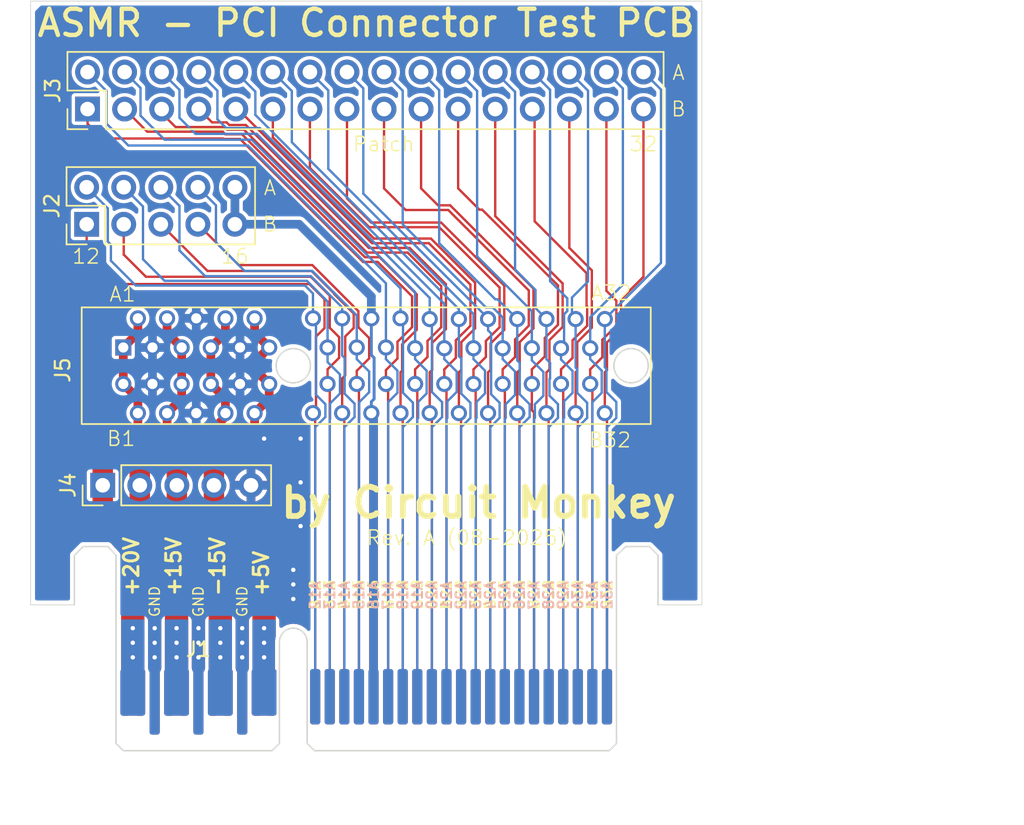
<source format=kicad_pcb>
(kicad_pcb (version 20241229) (generator "pcbnew") (generator_version "9.0")
  (layers (0 "F.Cu" signal) (2 "B.Cu" signal) (13 "F.Paste" user) (15 "B.Paste" user) (5 "F.SilkS" user "F.Silkscreen") (7 "B.SilkS" user "B.Silkscreen") (1 "F.Mask" user) (3 "B.Mask" user) (25 "Edge.Cuts" user))
  (net 0 "")
  (net 1 "/Patch_26")
  (net 2 "+5V")
  (net 3 "/Patch_1")
  (net 4 "/Patch_10")
  (net 5 "/Patch_19")
  (net 6 "/Patch_16")
  (net 7 "+15V")
  (net 8 "GNDS")
  (net 9 "/Patch_9")
  (net 10 "+20V")
  (net 11 "/Patch_22")
  (net 12 "/Patch_29")
  (net 13 "/MIDI-IN")
  (net 14 "GND_CH")
  (net 15 "/Patch_17")
  (net 16 "/Slot")
  (net 17 "/ComA-SDA")
  (net 18 "-15V")
  (net 19 "/Patch_4")
  (net 20 "/Patch_31")
  (net 21 "/ComB-SDA")
  (net 22 "/ComA-SCK")
  (net 23 "/Patch_25")
  (net 24 "/Patch_14")
  (net 25 "/Gate")
  (net 26 "/ComB-SCK")
  (net 27 "/Patch_8")
  (net 28 "/Patch_21")
  (net 29 "/CV")
  (net 30 "/Patch_27")
  (net 31 "/Patch_7")
  (net 32 "/Patch_20")
  (net 33 "/Patch_3")
  (net 34 "/Patch_18")
  (net 35 "/Patch_13")
  (net 36 "/Patch_11")
  (net 37 "/Patch_24")
  (net 38 "/Patch_6")
  (net 39 "/Patch_12")
  (net 40 "/Patch_15")
  (net 41 "/Patch_32")
  (net 42 "/Patch_5")
  (net 43 "/Patch_23")
  (net 44 "/Patch_2")
  (net 45 "/Patch_30")
  (net 46 "/Patch_28")
  (footprint "CM_Connector_Edge:ASMR-Edge-64" (layer "F.Cu") (at 125 120)
    (property "Reference" "J1")
    (property "Value" "~")
    (fp_line (start -15 -5) (end -15 -1.6) (stroke (width 0.1)) (layer "Edge.Cuts"))
    (fp_line (start -14.4 -5.6) (end -15 -5) (stroke (width 0.1)) (layer "Edge.Cuts"))
    (fp_line (start -14.4 -5.6) (end -12.7 -5.6) (stroke (width 0.1)) (layer "Edge.Cuts"))
    (fp_line (start -12.7 -5.6) (end -12.15 -5) (stroke (width 0.1)) (layer "Edge.Cuts"))
    (fp_line (start -12.15 -5) (end -12.15 7.9) (stroke (width 0.1)) (layer "Edge.Cuts"))
    (fp_line (start -12.15 7.9) (end -11.65 8.4) (stroke (width 0.1)) (layer "Edge.Cuts"))
    (fp_line (start -11.65 8.4) (end -1.45 8.4) (stroke (width 0.1)) (layer "Edge.Cuts"))
    (fp_line (start -0.95 0.95) (end -0.95 7.9) (stroke (width 0.1)) (layer "Edge.Cuts"))
    (fp_line (start -0.95 7.9) (end -1.45 8.4) (stroke (width 0.1)) (layer "Edge.Cuts"))
    (fp_line (start 0.95 0.95) (end 0.95 7.9) (stroke (width 0.1)) (layer "Edge.Cuts"))
    (fp_line (start 0.95 7.9) (end 1.45 8.4) (stroke (width 0.1)) (layer "Edge.Cuts"))
    (fp_line (start 1.45 8.4) (end 21.65 8.4) (stroke (width 0.1)) (layer "Edge.Cuts"))
    (fp_line (start 22.15 -5) (end 22.15 7.9) (stroke (width 0.1)) (layer "Edge.Cuts"))
    (fp_line (start 22.15 -5) (end 22.8 -5.6) (stroke (width 0.1)) (layer "Edge.Cuts"))
    (fp_line (start 22.15 7.9) (end 21.65 8.4) (stroke (width 0.1)) (layer "Edge.Cuts"))
    (fp_line (start 22.8 -5.6) (end 24.4 -5.6) (stroke (width 0.1)) (layer "Edge.Cuts"))
    (fp_line (start 24.4 -5.6) (end 25 -5) (stroke (width 0.1)) (layer "Edge.Cuts"))
    (fp_line (start 25 -5) (end 25 -1.6) (stroke (width 0.1)) (layer "Edge.Cuts"))
    (fp_arc (start -0.95 0.95) (mid 0 0) (end 0.95 0.95) (stroke (width 0.1)) (layer "Edge.Cuts"))
  )
  (footprint "Connector_PinHeader_2.54mm:PinHeader_2x05_P2.54mm_Vertical" (layer "F.Cu") (at 110.84 92.3 90)
    (property "Reference" "J2")
    (property "Value" "Conn_02x05_Odd_Even" (hide yes))
  )
  (footprint "Connector_PinHeader_2.54mm:PinHeader_2x16_P2.54mm_Vertical" (layer "F.Cu") (at 110.9 84.4 90)
    (property "Reference" "J3")
    (property "Value" "Conn_02x16_Odd_Even" (hide yes))
  )
  (footprint "CM_Connector_Edge:PCI-Slot-64-THD-FCI-10018784" (layer "F.Cu") (at 125 102)
    (property "Reference" "J5")
    (property "Value" "~")
    (fp_circle (center 0 0) (end 1.175 0) (stroke (width 0.1)) (fill no) (layer "Edge.Cuts"))
    (fp_circle (center 23.15 0) (end 24.325 0) (stroke (width 0.1)) (fill no) (layer "Edge.Cuts"))
  )
  (footprint "Connector_PinHeader_2.54mm:PinHeader_1x05_P2.54mm_Vertical" (layer "F.Cu") (at 111.94 110.2 90)
    (property "Reference" "J4")
    (property "Value" "Conn_01x05" (hide yes))
  )
  (gr_line (start 150 118.4) (end 153 118.4) (stroke (width 0.05)) (layer "Edge.Cuts"))
  (gr_line (start 107 77) (end 153 77) (stroke (width 0.05)) (layer "Edge.Cuts"))
  (gr_line (start 153 77) (end 153 118.4) (stroke (width 0.05)) (layer "Edge.Cuts"))
  (gr_line (start 110 118.4) (end 107 118.4) (stroke (width 0.05)) (layer "Edge.Cuts"))
  (gr_line (start 107 118.4) (end 107 77) (stroke (width 0.05)) (layer "Edge.Cuts"))
  (gr_text "B20" (at 134.5 118.8 90) (layer "F.SilkS") (effects (font (size 0.7 0.7) (thickness 0.127)) (justify left)))
  (gr_text "ASMR - PCI Connector Test PCB" (at 130 78.5 0) (layer "F.SilkS") (effects (font (size 1.8 1.8) (thickness 0.3) (bold yes))))
  (gr_text "B13" (at 127.5 118.8 90) (layer "F.SilkS") (effects (font (size 0.7 0.7) (thickness 0.127)) (justify left)))
  (gr_text "B17" (at 131.5 118.8 90) (layer "F.SilkS") (effects (font (size 0.7 0.7) (thickness 0.127)) (justify left)))
  (gr_text "GND" (at 115.5 119.3 90) (layer "F.SilkS") (effects (font (size 0.7 0.7) (thickness 0.1)) (justify left)))
  (gr_text "Patch" (at 131.2 86.8 0) (layer "F.SilkS") (effects (font (size 1 1) (thickness 0.1) (bold yes))))
  (gr_text "B21" (at 135.5 118.8 90) (layer "F.SilkS") (effects (font (size 0.7 0.7) (thickness 0.127)) (justify left)))
  (gr_text "-15V" (at 119.8 117.9 90) (layer "F.SilkS") (effects (font (size 1 1) (thickness 0.2) (bold yes)) (justify left)))
  (gr_text "B23" (at 137.5 118.8 90) (layer "F.SilkS") (effects (font (size 0.7 0.7) (thickness 0.127)) (justify left)))
  (gr_text "B26" (at 140.5 118.8 90) (layer "F.SilkS") (effects (font (size 0.7 0.7) (thickness 0.127)) (justify left)))
  (gr_text "B" (at 151.4 84.4 0) (layer "F.SilkS") (effects (font (size 1 1) (thickness 0.1) (bold yes))))
  (gr_text "B18" (at 132.5 118.8 90) (layer "F.SilkS") (effects (font (size 0.7 0.7) (thickness 0.127)) (justify left)))
  (gr_text "A32" (at 146.8 97 0) (layer "F.SilkS") (effects (font (size 1 1) (thickness 0.1) (bold yes))))
  (gr_text "B22" (at 136.5 118.8 90) (layer "F.SilkS") (effects (font (size 0.7 0.7) (thickness 0.127)) (justify left)))
  (gr_text "B1" (at 113.2 107 0) (layer "F.SilkS") (effects (font (size 1 1) (thickness 0.1) (bold yes))))
  (gr_text "B32" (at 146.5 118.8 90) (layer "F.SilkS") (effects (font (size 0.7 0.7) (thickness 0.127)) (justify left)))
  (gr_text "B30" (at 144.5 118.8 90) (layer "F.SilkS") (effects (font (size 0.7 0.7) (thickness 0.127)) (justify left)))
  (gr_text "12" (at 110.8 94.5 0) (layer "F.SilkS") (effects (font (size 1 1) (thickness 0.1) (bold yes))))
  (gr_text "Rev. A (08-2025)" (at 136.9 113.8 0) (layer "F.SilkS") (effects (font (size 1 1) (thickness 0.1))))
  (gr_text "+5V" (at 122.8 117.9 90) (layer "F.SilkS") (effects (font (size 1 1) (thickness 0.2) (bold yes)) (justify left)))
  (gr_text "B28" (at 142.5 118.8 90) (layer "F.SilkS") (effects (font (size 0.7 0.7) (thickness 0.127)) (justify left)))
  (gr_text "B24" (at 138.5 118.8 90) (layer "F.SilkS") (effects (font (size 0.7 0.7) (thickness 0.127)) (justify left)))
  (gr_text "B" (at 123.4 92.3 0) (layer "F.SilkS") (effects (font (size 1 1) (thickness 0.1) (bold yes))))
  (gr_text "A1" (at 113.3 97.1 0) (layer "F.SilkS") (effects (font (size 1 1) (thickness 0.1) (bold yes))))
  (gr_text "GND" (at 121.5 119.3 90) (layer "F.SilkS") (effects (font (size 0.7 0.7) (thickness 0.1)) (justify left)))
  (gr_text "B31" (at 145.5 118.8 90) (layer "F.SilkS") (effects (font (size 0.7 0.7) (thickness 0.127)) (justify left)))
  (gr_text "A" (at 123.4 89.8 0) (layer "F.SilkS") (effects (font (size 1 1) (thickness 0.1) (bold yes))))
  (gr_text "+20V" (at 113.9 117.9 90) (layer "F.SilkS") (effects (font (size 1 1) (thickness 0.2) (bold yes)) (justify left)))
  (gr_text "B29" (at 143.5 118.8 90) (layer "F.SilkS") (effects (font (size 0.7 0.7) (thickness 0.127)) (justify left)))
  (gr_text "B27" (at 141.5 118.8 90) (layer "F.SilkS") (effects (font (size 0.7 0.7) (thickness 0.127)) (justify left)))
  (gr_text "B25" (at 139.5 118.8 90) (layer "F.SilkS") (effects (font (size 0.7 0.7) (thickness 0.127)) (justify left)))
  (gr_text "A" (at 151.4 81.9 0) (layer "F.SilkS") (effects (font (size 1 1) (thickness 0.1) (bold yes))))
  (gr_text "GND" (at 118.5 119.3 90) (layer "F.SilkS") (effects (font (size 0.7 0.7) (thickness 0.1)) (justify left)))
  (gr_text "16" (at 121 94.5 0) (layer "F.SilkS") (effects (font (size 1 1) (thickness 0.1) (bold yes))))
  (gr_text "B14" (at 128.5 118.8 90) (layer "F.SilkS") (effects (font (size 0.7 0.7) (thickness 0.127)) (justify left)))
  (gr_text "B32" (at 146.7 107.1 0) (layer "F.SilkS") (effects (font (size 1 1) (thickness 0.1) (bold yes))))
  (gr_text "by Circuit Monkey" (at 137.7 111.4 0) (layer "F.SilkS") (effects (font (size 2 2) (thickness 0.4) (bold yes))))
  (gr_text "B19" (at 133.5 118.8 90) (layer "F.SilkS") (effects (font (size 0.7 0.7) (thickness 0.127)) (justify left)))
  (gr_text "32" (at 149 86.8 0) (layer "F.SilkS") (effects (font (size 1 1) (thickness 0.1) (bold yes))))
  (gr_text "+15V" (at 116.8 117.9 90) (layer "F.SilkS") (effects (font (size 1 1) (thickness 0.2) (bold yes)) (justify left)))
  (gr_text "B12" (at 126.5 118.8 90) (layer "F.SilkS") (effects (font (size 0.7 0.7) (thickness 0.127)) (justify left)))
  (gr_text "B15" (at 129.5 118.8 90) (layer "F.SilkS") (effects (font (size 0.7 0.7) (thickness 0.127)) (justify left)))
  (gr_text "B16" (at 130.5 118.8 90) (layer "F.SilkS") (effects (font (size 0.7 0.7) (thickness 0.127)) (justify left)))
  (gr_text "A31" (at 145.5 116.7 90) (layer "B.SilkS") (effects (font (size 0.7 0.7) (thickness 0.127)) (justify left mirror)))
  (gr_text "A32" (at 146.5 116.7 90) (layer "B.SilkS") (effects (font (size 0.7 0.7) (thickness 0.127)) (justify left mirror)))
  (gr_text "A30" (at 144.5 116.7 90) (layer "B.SilkS") (effects (font (size 0.7 0.7) (thickness 0.127)) (justify left mirror)))
  (gr_text "A25" (at 139.5 116.7 90) (layer "B.SilkS") (effects (font (size 0.7 0.7) (thickness 0.127)) (justify left mirror)))
  (gr_text "A23" (at 137.5 116.7 90) (layer "B.SilkS") (effects (font (size 0.7 0.7) (thickness 0.127)) (justify left mirror)))
  (gr_text "A15" (at 129.5 116.7 90) (layer "B.SilkS") (effects (font (size 0.7 0.7) (thickness 0.127)) (justify left mirror)))
  (gr_text "A24" (at 138.5 116.7 90) (layer "B.SilkS") (effects (font (size 0.7 0.7) (thickness 0.127)) (justify left mirror)))
  (gr_text "A26" (at 140.5 116.7 90) (layer "B.SilkS") (effects (font (size 0.7 0.7) (thickness 0.127)) (justify left mirror)))
  (gr_text "A19" (at 133.5 116.7 90) (layer "B.SilkS") (effects (font (size 0.7 0.7) (thickness 0.127)) (justify left mirror)))
  (gr_text "A18" (at 132.5 116.7 90) (layer "B.SilkS") (effects (font (size 0.7 0.7) (thickness 0.127)) (justify left mirror)))
  (gr_text "A13" (at 127.5 116.7 90) (layer "B.SilkS") (effects (font (size 0.7 0.7) (thickness 0.127)) (justify left mirror)))
  (gr_text "A27" (at 141.5 116.7 90) (layer "B.SilkS") (effects (font (size 0.7 0.7) (thickness 0.127)) (justify left mirror)))
  (gr_text "A14" (at 128.5 116.7 90) (layer "B.SilkS") (effects (font (size 0.7 0.7) (thickness 0.127)) (justify left mirror)))
  (gr_text "A12" (at 126.5 116.7 90) (layer "B.SilkS") (effects (font (size 0.7 0.7) (thickness 0.127)) (justify left mirror)))
  (gr_text "A20" (at 134.5 116.7 90) (layer "B.SilkS") (effects (font (size 0.7 0.7) (thickness 0.127)) (justify left mirror)))
  (gr_text "A21" (at 135.5 116.7 90) (layer "B.SilkS") (effects (font (size 0.7 0.7) (thickness 0.127)) (justify left mirror)))
  (gr_text "A17" (at 131.5 116.7 90) (layer "B.SilkS") (effects (font (size 0.7 0.7) (thickness 0.127)) (justify left mirror)))
  (gr_text "A16" (at 130.5 116.7 90) (layer "B.SilkS") (effects (font (size 0.7 0.7) (thickness 0.127)) (justify left mirror)))
  (gr_text "A22" (at 136.5 116.7 90) (layer "B.SilkS") (effects (font (size 0.7 0.7) (thickness 0.127)) (justify left mirror)))
  (gr_text "A29" (at 143.5 116.7 90) (layer "B.SilkS") (effects (font (size 0.7 0.7) (thickness 0.127)) (justify left mirror)))
  (gr_text "A28" (at 142.5 116.7 90) (layer "B.SilkS") (effects (font (size 0.7 0.7) (thickness 0.127)) (justify left mirror)))
  (segment (start 142.6 96.2) (end 143.779 97.379) (width 0.16) (layer "B.Cu") (net 1))
  (segment (start 141.38 81.86) (end 142.6 83.08) (width 0.16) (layer "B.Cu") (net 1))
  (segment (start 144.141 103.859) (end 143.559 104.441) (width 0.16) (layer "B.Cu") (net 1))
  (segment (start 143.559 105.577643) (end 143.5 105.636643) (width 0.16) (layer "B.Cu") (net 1))
  (segment (start 143.5 105.636643) (end 143.5 124.7) (width 0.16) (layer "B.Cu") (net 1))
  (segment (start 142.6 83.08) (end 142.6 96.2) (width 0.16) (layer "B.Cu") (net 1))
  (segment (start 143.559 100.591) (end 143.35 100.8) (width 0.16) (layer "B.Cu") (net 1))
  (segment (start 143.35 101.573451) (end 144.141 102.364451) (width 0.16) (layer "B.Cu") (net 1))
  (segment (start 143.35 100.8) (end 143.35 101.573451) (width 0.16) (layer "B.Cu") (net 1))
  (segment (start 143.559 98.472357) (end 143.559 100.591) (width 0.16) (layer "B.Cu") (net 1))
  (segment (start 143.779 97.379) (end 143.779 98.252357) (width 0.16) (layer "B.Cu") (net 1))
  (segment (start 143.559 104.441) (end 143.559 105.577643) (width 0.16) (layer "B.Cu") (net 1))
  (segment (start 143.779 98.252357) (end 143.559 98.472357) (width 0.16) (layer "B.Cu") (net 1))
  (segment (start 144.141 102.364451) (end 144.141 103.859) (width 0.16) (layer "B.Cu") (net 1))
  (segment (start 122.35 105.25) (end 122.35 106.15) (width 0.6) (layer "F.Cu") (net 2))
  (segment (start 123.35 104.25) (end 122.35 105.25) (width 0.6) (layer "F.Cu") (net 2))
  (segment (start 122.8 102.7) (end 123.35 103.25) (width 0.6) (layer "F.Cu") (net 2))
  (segment (start 122.35 99.75) (end 123.35 100.75) (width 0.6) (layer "F.Cu") (net 2))
  (segment (start 122.35 98.75) (end 122.35 99.75) (width 0.6) (layer "F.Cu") (net 2))
  (segment (start 119.56 108.94) (end 119.56 110.2) (width 0.6) (layer "F.Cu") (net 2))
  (segment (start 122.8 101.3) (end 122.8 102.7) (width 0.6) (layer "F.Cu") (net 2))
  (segment (start 123.35 100.75) (end 122.8 101.3) (width 0.6) (layer "F.Cu") (net 2))
  (segment (start 122.35 106.15) (end 119.56 108.94) (width 0.6) (layer "F.Cu") (net 2))
  (segment (start 123.35 103.25) (end 123.35 104.25) (width 0.6) (layer "F.Cu") (net 2))
  (via (at 123 122) (size 0.6) (drill 0.3) (layers "F.Cu" "B.Cu") (net 2))
  (via (at 123 120) (size 0.6) (drill 0.3) (layers "F.Cu" "B.Cu") (net 2))
  (via (at 123 121) (size 0.6) (drill 0.3) (layers "F.Cu" "B.Cu") (net 2))
  (segment (start 110.9 84.4) (end 110.9 85.41) (width 0.16) (layer "F.Cu") (net 3))
  (segment (start 130.781 94.881) (end 133.141 97.241) (width 0.16) (layer "F.Cu") (net 3))
  (segment (start 129.781 94.881) (end 130.781 94.881) (width 0.16) (layer "F.Cu") (net 3))
  (segment (start 121.351 86.451) (end 129.781 94.881) (width 0.16) (layer "F.Cu") (net 3))
  (segment (start 131.5 124.7) (end 131.5 103.4) (width 0.16) (layer "F.Cu") (net 3))
  (segment (start 132.141 100.359) (end 132.141 101.509) (width 0.16) (layer "F.Cu") (net 3))
  (segment (start 110.9 85.41) (end 111.91 86.42) (width 0.16) (layer "F.Cu") (net 3))
  (segment (start 111.91 86.42) (end 120.17945 86.42) (width 0.16) (layer "F.Cu") (net 3))
  (segment (start 131.5 103.4) (end 131.35 103.25) (width 0.16) (layer "F.Cu") (net 3))
  (segment (start 133.141 97.241) (end 133.141 99.359) (width 0.16) (layer "F.Cu") (net 3))
  (segment (start 132.141 101.509) (end 131.35 102.3) (width 0.16) (layer "F.Cu") (net 3))
  (segment (start 120.17945 86.42) (end 120.210449 86.450999) (width 0.16) (layer "F.Cu") (net 3))
  (segment (start 131.35 102.3) (end 131.35 103.25) (width 0.16) (layer "F.Cu") (net 3))
  (segment (start 120.210449 86.450999) (end 121.351 86.451) (width 0.16) (layer "F.Cu") (net 3))
  (segment (start 133.141 99.359) (end 132.141 100.359) (width 0.16) (layer "F.Cu") (net 3))
  (segment (start 136.2 103.8) (end 135.559 104.441) (width 0.16) (layer "B.Cu") (net 4))
  (segment (start 122.4 83.2) (end 122.4 84.8) (width 0.16) (layer "B.Cu") (net 4))
  (segment (start 121.06 81.86) (end 122.4 83.2) (width 0.16) (layer "B.Cu") (net 4))
  (segment (start 135.35 101.55) (end 136.2 102.4) (width 0.16) (layer "B.Cu") (net 4))
  (segment (start 136.2 102.4) (end 136.2 103.8) (width 0.16) (layer "B.Cu") (net 4))
  (segment (start 135.35 100.8) (end 135.35 101.55) (width 0.16) (layer "B.Cu") (net 4))
  (segment (start 122.4 84.8) (end 135.35 97.75) (width 0.16) (layer "B.Cu") (net 4))
  (segment (start 135.559 104.441) (end 135.559 105.577643) (width 0.16) (layer "B.Cu") (net 4))
  (segment (start 135.35 97.75) (end 135.35 100.8) (width 0.16) (layer "B.Cu") (net 4))
  (segment (start 135.559 105.577643) (end 135.5 105.636643) (width 0.16) (layer "B.Cu") (net 4))
  (segment (start 135.5 105.636643) (end 135.5 124.7) (width 0.16) (layer "B.Cu") (net 4))
  (segment (start 140.5 105.4) (end 140.35 105.25) (width 0.16) (layer "F.Cu") (net 5))
  (segment (start 140.52 102.28) (end 140.52 100.38) (width 0.16) (layer "F.Cu") (net 5))
  (segment (start 134.92 91) (end 133.76 89.84) (width 0.16) (layer "F.Cu") (net 5))
  (segment (start 140.35 102.45) (end 140.52 102.28) (width 0.16) (layer "F.Cu") (net 5))
  (segment (start 140.35 105.25) (end 140.35 102.45) (width 0.16) (layer "F.Cu") (net 5))
  (segment (start 140.5 124.7) (end 140.5 105.4) (width 0.16) (layer "F.Cu") (net 5))
  (segment (start 140.52 100.38) (end 141.461 99.439) (width 0.16) (layer "F.Cu") (net 5))
  (segment (start 135.752548 91) (end 134.92 91) (width 0.16) (layer "F.Cu") (net 5))
  (segment (start 133.76 89.84) (end 133.76 84.4) (width 0.16) (layer "F.Cu") (net 5))
  (segment (start 141.461 96.708452) (end 135.752548 91) (width 0.16) (layer "F.Cu") (net 5))
  (segment (start 141.461 99.439) (end 141.461 96.708452) (width 0.16) (layer "F.Cu") (net 5))
  (segment (start 138.559 99.786817) (end 138.559 103.959) (width 0.16) (layer "B.Cu") (net 6))
  (segment (start 138.5 106.218643) (end 138.5 124.7) (width 0.16) (layer "B.Cu") (net 6))
  (segment (start 139.141 104.541) (end 139.141 105.577643) (width 0.16) (layer "B.Cu") (net 6))
  (segment (start 138.35 98.75) (end 138.35 98.8) (width 0.16) (layer "B.Cu") (net 6))
  (segment (start 129.8 90.2) (end 138.35 98.75) (width 0.16) (layer "B.Cu") (net 6))
  (segment (start 138.35 99.577817) (end 138.559 99.786817) (width 0.16) (layer "B.Cu") (net 6))
  (segment (start 128.68 81.86) (end 129.8 82.98) (width 0.16) (layer "B.Cu") (net 6))
  (segment (start 129.8 82.98) (end 129.8 90.2) (width 0.16) (layer "B.Cu") (net 6))
  (segment (start 139.141 105.577643) (end 138.5 106.218643) (width 0.16) (layer "B.Cu") (net 6))
  (segment (start 138.559 103.959) (end 139.141 104.541) (width 0.16) (layer "B.Cu") (net 6))
  (segment (start 138.35 98.8) (end 138.35 99.577817) (width 0.16) (layer "B.Cu") (net 6))
  (segment (start 117.35 104.25) (end 116.35 105.25) (width 0.6) (layer "F.Cu") (net 7))
  (segment (start 117.35 103.25) (end 117.35 104.25) (width 0.6) (layer "F.Cu") (net 7))
  (segment (start 114.48 110.2) (end 114.48 108.32) (width 0.6) (layer "F.Cu") (net 7))
  (segment (start 116.35 99.75) (end 117.35 100.75) (width 0.6) (layer "F.Cu") (net 7))
  (segment (start 117.35 100.75) (end 117.35 103.25) (width 0.6) (layer "F.Cu") (net 7))
  (segment (start 114.48 108.32) (end 116.35 106.45) (width 0.6) (layer "F.Cu") (net 7))
  (segment (start 116.35 98.75) (end 116.35 99.75) (width 0.6) (layer "F.Cu") (net 7))
  (segment (start 116.35 106.45) (end 116.35 105.25) (width 0.6) (layer "F.Cu") (net 7))
  (via (at 117 120) (size 0.6) (drill 0.3) (layers "F.Cu" "B.Cu") (net 7))
  (via (at 117 122) (size 0.6) (drill 0.3) (layers "F.Cu" "B.Cu") (net 7))
  (via (at 117 121) (size 0.6) (drill 0.3) (layers "F.Cu" "B.Cu") (net 7))
  (segment (start 130.5 105.4) (end 130.35 105.25) (width 0.6) (layer "F.Cu") (net 8))
  (segment (start 130.5 124.7) (end 130.5 105.4) (width 0.6) (layer "F.Cu") (net 8))
  (segment (start 130.35 101.269167) (end 130.54 101.459167) (width 0.2) (layer "B.Cu") (net 8))
  (segment (start 130.35 105.25) (end 130.5 105.4) (width 0.6) (layer "B.Cu") (net 8))
  (segment (start 130.35 97.25) (end 125.4 92.3) (width 0.6) (layer "B.Cu") (net 8))
  (segment (start 130.54 101.459167) (end 130.54 104.282183) (width 0.2) (layer "B.Cu") (net 8))
  (segment (start 130.35 104.472183) (end 130.35 105.25) (width 0.2) (layer "B.Cu") (net 8))
  (segment (start 130.35 98.75) (end 130.35 101.269167) (width 0.2) (layer "B.Cu") (net 8))
  (segment (start 130.35 98.75) (end 130.35 97.25) (width 0.6) (layer "B.Cu") (net 8))
  (segment (start 130.54 104.282183) (end 130.35 104.472183) (width 0.2) (layer "B.Cu") (net 8))
  (segment (start 121 92.3) (end 125.4 92.3) (width 0.6) (layer "B.Cu") (net 8))
  (segment (start 121 89.76) (end 121 92.3) (width 0.6) (layer "B.Cu") (net 8))
  (segment (start 130.5 105.4) (end 130.5 124.7) (width 0.6) (layer "B.Cu") (net 8))
  (segment (start 121.2 84.4) (end 130.4 93.6) (width 0.16) (layer "F.Cu") (net 9))
  (segment (start 135.35 102.25) (end 135.35 103.25) (width 0.16) (layer "F.Cu") (net 9))
  (segment (start 121.06 84.4) (end 121.2 84.4) (width 0.16) (layer "F.Cu") (net 9))
  (segment (start 136.141 100.259) (end 136.141 101.459) (width 0.16) (layer "F.Cu") (net 9))
  (segment (start 137.141 96.441) (end 137.141 99.259) (width 0.16) (layer "F.Cu") (net 9))
  (segment (start 135.5 103.4) (end 135.35 103.25) (width 0.16) (layer "F.Cu") (net 9))
  (segment (start 137.141 99.259) (end 136.141 100.259) (width 0.16) (layer "F.Cu") (net 9))
  (segment (start 136.141 101.459) (end 135.35 102.25) (width 0.16) (layer "F.Cu") (net 9))
  (segment (start 130.4 93.6) (end 134.3 93.6) (width 0.16) (layer "F.Cu") (net 9))
  (segment (start 134.3 93.6) (end 137.141 96.441) (width 0.16) (layer "F.Cu") (net 9))
  (segment (start 135.5 124.7) (end 135.5 103.4) (width 0.16) (layer "F.Cu") (net 9))
  (segment (start 114.35 105.25) (end 114.35 104.25) (width 0.6) (layer "F.Cu") (net 10))
  (segment (start 111.94 110.2) (end 111.94 108.46) (width 0.6) (layer "F.Cu") (net 10))
  (segment (start 114.35 99.75) (end 113.35 100.75) (width 0.6) (layer "F.Cu") (net 10))
  (segment (start 111.94 108.46) (end 114.35 106.05) (width 0.6) (layer "F.Cu") (net 10))
  (segment (start 114.35 98.75) (end 114.35 99.75) (width 0.6) (layer "F.Cu") (net 10))
  (segment (start 114.35 104.25) (end 113.35 103.25) (width 0.6) (layer "F.Cu") (net 10))
  (segment (start 113.35 103.25) (end 113.35 100.75) (width 0.6) (layer "F.Cu") (net 10))
  (segment (start 114.35 106.05) (end 114.35 105.25) (width 0.6) (layer "F.Cu") (net 10))
  (via (at 114 121) (size 0.6) (drill 0.3) (layers "F.Cu" "B.Cu") (net 10))
  (via (at 114 122) (size 0.6) (drill 0.3) (layers "F.Cu" "B.Cu") (net 10))
  (via (at 114 120) (size 0.6) (drill 0.3) (layers "F.Cu" "B.Cu") (net 10))
  (segment (start 136.3 81.86) (end 137.6 83.16) (width 0.16) (layer "B.Cu") (net 11))
  (segment (start 141.35 100.8) (end 141.35 101.635049) (width 0.16) (layer "B.Cu") (net 11))
  (segment (start 141.35 98.252548) (end 141.35 100.8) (width 0.16) (layer "B.Cu") (net 11))
  (segment (start 137.6 94.502548) (end 141.35 98.252548) (width 0.16) (layer "B.Cu") (net 11))
  (segment (start 141.5 105.636643) (end 141.5 124.7) (width 0.16) (layer "B.Cu") (net 11))
  (segment (start 142.141 102.426049) (end 142.141 104.059) (width 0.16) (layer "B.Cu") (net 11))
  (segment (start 141.559 104.641) (end 141.559 105.577643) (width 0.16) (layer "B.Cu") (net 11))
  (segment (start 141.35 101.635049) (end 142.141 102.426049) (width 0.16) (layer "B.Cu") (net 11))
  (segment (start 137.6 83.16) (end 137.6 94.502548) (width 0.16) (layer "B.Cu") (net 11))
  (segment (start 142.141 104.059) (end 141.559 104.641) (width 0.16) (layer "B.Cu") (net 11))
  (segment (start 141.559 105.577643) (end 141.5 105.636643) (width 0.16) (layer "B.Cu") (net 11))
  (segment (start 147.141 99.259) (end 147.141 97.541) (width 0.16) (layer "F.Cu") (net 12))
  (segment (start 145.5 124.7) (end 145.5 103.4) (width 0.16) (layer "F.Cu") (net 12))
  (segment (start 145.35 102.25) (end 146.18 101.42) (width 0.16) (layer "F.Cu") (net 12))
  (segment (start 146.18 101.42) (end 146.18 100.22) (width 0.16) (layer "F.Cu") (net 12))
  (segment (start 147.141 97.541) (end 146.46 96.86) (width 0.16) (layer "F.Cu") (net 12))
  (segment (start 146.18 100.22) (end 147.141 99.259) (width 0.16) (layer "F.Cu") (net 12))
  (segment (start 145.35 103.25) (end 145.35 102.25) (width 0.16) (layer "F.Cu") (net 12))
  (segment (start 146.46 96.86) (end 146.46 84.4) (width 0.16) (layer "F.Cu") (net 12))
  (segment (start 145.5 103.4) (end 145.35 103.25) (width 0.16) (layer "F.Cu") (net 12))
  (segment (start 127.141 99.418321) (end 126.556 100.003321) (width 0.16) (layer "F.Cu") (net 13))
  (segment (start 110.84 95.04) (end 112.2 96.4) (width 0.16) (layer "F.Cu") (net 13))
  (segment (start 110.84 92.3) (end 110.84 95.04) (width 0.16) (layer "F.Cu") (net 13))
  (segment (start 126.556 105.044) (end 126.35 105.25) (width 0.16) (layer "F.Cu") (net 13))
  (segment (start 112.2 96.4) (end 126.1 96.4) (width 0.16) (layer "F.Cu") (net 13))
  (segment (start 126.5 124.7) (end 126.5 105.4) (width 0.16) (layer "F.Cu") (net 13))
  (segment (start 126.556 100.003321) (end 126.556 105.044) (width 0.16) (layer "F.Cu") (net 13))
  (segment (start 127.141 97.441) (end 127.141 99.418321) (width 0.16) (layer "F.Cu") (net 13))
  (segment (start 126.5 105.4) (end 126.35 105.25) (width 0.16) (layer "F.Cu") (net 13))
  (segment (start 126.1 96.4) (end 127.141 97.441) (width 0.16) (layer "F.Cu") (net 13))
  (via (at 125 117) (size 0.6) (drill 0.3) (layers "F.Cu" "B.Cu") (net 14))
  (via (at 121.5 121) (size 0.6) (drill 0.3) (layers "F.Cu" "B.Cu") (net 14))
  (via (at 118.5 121) (size 0.6) (drill 0.3) (layers "F.Cu" "B.Cu") (net 14))
  (via (at 121.5 122) (size 0.6) (drill 0.3) (layers "F.Cu" "B.Cu") (net 14))
  (via (at 125.5 110) (size 0.6) (drill 0.3) (layers "F.Cu" "B.Cu") (net 14))
  (via (at 118.5 120) (size 0.6) (drill 0.3) (layers "F.Cu" "B.Cu") (net 14))
  (via (at 125 116) (size 0.6) (drill 0.3) (layers "F.Cu" "B.Cu") (net 14))
  (via (at 125 118) (size 0.6) (drill 0.3) (layers "F.Cu" "B.Cu") (net 14))
  (via (at 115.5 120) (size 0.6) (drill 0.3) (layers "F.Cu" "B.Cu") (net 14))
  (via (at 125.5 113) (size 0.6) (drill 0.3) (layers "F.Cu" "B.Cu") (net 14))
  (via (at 121.5 120) (size 0.6) (drill 0.3) (layers "F.Cu" "B.Cu") (net 14))
  (via (at 118.5 122) (size 0.6) (drill 0.3) (layers "F.Cu" "B.Cu") (net 14))
  (via (at 125.5 107) (size 0.6) (drill 0.3) (layers "F.Cu" "B.Cu") (net 14))
  (via (at 123 107) (size 0.6) (drill 0.3) (layers "F.Cu" "B.Cu") (net 14))
  (via (at 115.5 122) (size 0.6) (drill 0.3) (layers "F.Cu" "B.Cu") (net 14))
  (via (at 115.5 121) (size 0.6) (drill 0.3) (layers "F.Cu" "B.Cu") (net 14))
  (segment (start 139.5 103.4) (end 139.35 103.25) (width 0.16) (layer "F.Cu") (net 15))
  (segment (start 141.141 99.259) (end 140.2 100.2) (width 0.16) (layer "F.Cu") (net 15))
  (segment (start 141.141 96.841) (end 141.141 99.259) (width 0.16) (layer "F.Cu") (net 15))
  (segment (start 139.35 102.25) (end 139.35 103.25) (width 0.16) (layer "F.Cu") (net 15))
  (segment (start 140.2 101.4) (end 139.35 102.25) (width 0.16) (layer "F.Cu") (net 15))
  (segment (start 135.62 91.32) (end 141.141 96.841) (width 0.16) (layer "F.Cu") (net 15))
  (segment (start 140.2 100.2) (end 140.2 101.4) (width 0.16) (layer "F.Cu") (net 15))
  (segment (start 131.22 84.4) (end 131.22 89.84) (width 0.16) (layer "F.Cu") (net 15))
  (segment (start 132.7 91.32) (end 135.62 91.32) (width 0.16) (layer "F.Cu") (net 15))
  (segment (start 131.22 89.84) (end 132.7 91.32) (width 0.16) (layer "F.Cu") (net 15))
  (segment (start 139.5 124.7) (end 139.5 103.4) (width 0.16) (layer "F.Cu") (net 15))
  (segment (start 126.556 98.956) (end 126.35 98.75) (width 0.16) (layer "B.Cu") (net 16))
  (segment (start 127.2 104.63494) (end 126.556 103.99094) (width 0.16) (layer "B.Cu") (net 16))
  (segment (start 126.556 103.99094) (end 126.556 98.956) (width 0.16) (layer "B.Cu") (net 16))
  (segment (start 112.5 94.8) (end 112.5 93.7) (width 0.16) (layer "B.Cu") (net 16))
  (segment (start 112.5 93.7) (end 112.289 93.489) (width 0.16) (layer "B.Cu") (net 16))
  (segment (start 126.35 97.05) (end 125.8 96.5) (width 0.16) (layer "B.Cu") (net 16))
  (segment (start 127.2 105.518643) (end 127.2 104.63494) (width 0.16) (layer "B.Cu") (net 16))
  (segment (start 126.5 106.218643) (end 127.2 105.518643) (width 0.16) (layer "B.Cu") (net 16))
  (segment (start 125.8 96.5) (end 114.2 96.5) (width 0.16) (layer "B.Cu") (net 16))
  (segment (start 126.35 98.75) (end 126.35 97.05) (width 0.16) (layer "B.Cu") (net 16))
  (segment (start 112.289 91.209) (end 110.84 89.76) (width 0.16) (layer "B.Cu") (net 16))
  (segment (start 114.2 96.5) (end 112.5 94.8) (width 0.16) (layer "B.Cu") (net 16))
  (segment (start 126.5 124.7) (end 126.5 106.218643) (width 0.16) (layer "B.Cu") (net 16))
  (segment (start 112.289 93.489) (end 112.289 91.209) (width 0.16) (layer "B.Cu") (net 16))
  (segment (start 113.38 94.38) (end 113.38 92.3) (width 0.16) (layer "F.Cu") (net 17))
  (segment (start 127.35 103.25) (end 127.5 103.4) (width 0.16) (layer "F.Cu") (net 17))
  (segment (start 127.35 102.25) (end 128.141 101.459) (width 0.16) (layer "F.Cu") (net 17))
  (segment (start 126.2 95.9) (end 114.9 95.9) (width 0.16) (layer "F.Cu") (net 17))
  (segment (start 127.5 99.4) (end 127.5 97.2) (width 0.16) (layer "F.Cu") (net 17))
  (segment (start 127.5 103.4) (end 127.5 124.7) (width 0.16) (layer "F.Cu") (net 17))
  (segment (start 128.141 100.041) (end 127.5 99.4) (width 0.16) (layer "F.Cu") (net 17))
  (segment (start 114.9 95.9) (end 113.38 94.38) (width 0.16) (layer "F.Cu") (net 17))
  (segment (start 128.141 101.459) (end 128.141 100.041) (width 0.16) (layer "F.Cu") (net 17))
  (segment (start 127.35 103.25) (end 127.35 102.25) (width 0.16) (layer "F.Cu") (net 17))
  (segment (start 127.5 97.2) (end 126.2 95.9) (width 0.16) (layer "F.Cu") (net 17))
  (segment (start 120.35 98.75) (end 120.35 99.75) (width 0.6) (layer "F.Cu") (net 18))
  (segment (start 119.35 100.75) (end 119.35 103.25) (width 0.6) (layer "F.Cu") (net 18))
  (segment (start 117.02 108.83) (end 120.35 105.5) (width 0.6) (layer "F.Cu") (net 18))
  (segment (start 120.35 105.5) (end 120.35 105.25) (width 0.6) (layer "F.Cu") (net 18))
  (segment (start 120.35 99.75) (end 119.35 100.75) (width 0.6) (layer "F.Cu") (net 18))
  (segment (start 120.35 105.25) (end 120.35 104.25) (width 0.6) (layer "F.Cu") (net 18))
  (segment (start 117.02 110.2) (end 117.02 108.83) (width 0.6) (layer "F.Cu") (net 18))
  (segment (start 120.35 104.25) (end 119.35 103.25) (width 0.6) (layer "F.Cu") (net 18))
  (via (at 120 120) (size 0.6) (drill 0.3) (layers "F.Cu" "B.Cu") (net 18))
  (via (at 120 121) (size 0.6) (drill 0.3) (layers "F.Cu" "B.Cu") (net 18))
  (via (at 120 122) (size 0.6) (drill 0.3) (layers "F.Cu" "B.Cu") (net 18))
  (segment (start 133.2 104.538534) (end 133.2 105.518643) (width 0.16) (layer "B.Cu") (net 19))
  (segment (start 114.531 82.951) (end 114.531 84.851907) (width 0.16) (layer "B.Cu") (net 19))
  (segment (start 116.179093 86.5) (end 122.14972 86.5) (width 0.16) (layer "B.Cu") (net 19))
  (segment (start 122.14972 86.5) (end 132.35 96.70028) (width 0.16) (layer "B.Cu") (net 19))
  (segment (start 113.44 81.86) (end 114.531 82.951) (width 0.16) (layer "B.Cu") (net 19))
  (segment (start 132.5 106.218643) (end 132.5 124.7) (width 0.16) (layer "B.Cu") (net 19))
  (segment (start 132.35 96.70028) (end 132.35 98.75) (width 0.16) (layer "B.Cu") (net 19))
  (segment (start 132.52 103.858534) (end 133.2 104.538534) (width 0.16) (layer "B.Cu") (net 19))
  (segment (start 114.531 84.851907) (end 116.179093 86.5) (width 0.16) (layer "B.Cu") (net 19))
  (segment (start 132.35 98.75) (end 132.52 98.92) (width 0.16) (layer "B.Cu") (net 19))
  (segment (start 133.2 105.518643) (end 132.5 106.218643) (width 0.16) (layer "B.Cu") (net 19))
  (segment (start 132.52 98.92) (end 132.52 103.858534) (width 0.16) (layer "B.Cu") (net 19))
  (segment (start 147.461 99.439) (end 147.461 97.439) (width 0.16) (layer "F.Cu") (net 20))
  (segment (start 146.5 124.7) (end 146.5 105.4) (width 0.16) (layer "F.Cu") (net 20))
  (segment (start 146.5 102.3) (end 146.5 100.4) (width 0.16) (layer "F.Cu") (net 20))
  (segment (start 146.5 100.4) (end 147.461 99.439) (width 0.16) (layer "F.Cu") (net 20))
  (segment (start 147.461 97.439) (end 149 95.9) (width 0.16) (layer "F.Cu") (net 20))
  (segment (start 146.35 105.25) (end 146.35 102.45) (width 0.16) (layer "F.Cu") (net 20))
  (segment (start 149 95.9) (end 149 84.4) (width 0.16) (layer "F.Cu") (net 20))
  (segment (start 146.35 102.45) (end 146.5 102.3) (width 0.16) (layer "F.Cu") (net 20))
  (segment (start 146.5 105.4) (end 146.35 105.25) (width 0.16) (layer "F.Cu") (net 20))
  (segment (start 128.5 105.4) (end 128.5 124.7) (width 0.16) (layer "F.Cu") (net 21))
  (segment (start 128.35 105.25) (end 128.35 102.868643) (width 0.16) (layer "F.Cu") (net 21))
  (segment (start 128.35 105.25) (end 128.5 105.4) (width 0.16) (layer "F.Cu") (net 21))
  (segment (start 129.141 98.422357) (end 127.82 97.101357) (width 0.16) (layer "F.Cu") (net 21))
  (segment (start 126.252548 95.5) (end 119.12 95.5) (width 0.16) (layer "F.Cu") (net 21))
  (segment (start 119.12 95.5) (end 115.92 92.3) (width 0.16) (layer "F.Cu") (net 21))
  (segment (start 129.141 99.411405) (end 129.141 98.422357) (width 0.16) (layer "F.Cu") (net 21))
  (segment (start 128.35 102.868643) (end 128.559 102.659643) (width 0.16) (layer "F.Cu") (net 21))
  (segment (start 128.559 99.993405) (end 129.141 99.411405) (width 0.16) (layer "F.Cu") (net 21))
  (segment (start 127.82 97.067452) (end 126.252548 95.5) (width 0.16) (layer "F.Cu") (net 21))
  (segment (start 127.82 97.101357) (end 127.82 97.067452) (width 0.16) (layer "F.Cu") (net 21))
  (segment (start 128.559 102.659643) (end 128.559 99.993405) (width 0.16) (layer "F.Cu") (net 21))
  (segment (start 116.18 96.18) (end 125.932548 96.18) (width 0.16) (layer "B.Cu") (net 22))
  (segment (start 125.932548 96.18) (end 127.35 97.597452) (width 0.16) (layer "B.Cu") (net 22))
  (segment (start 127.35 101.75) (end 127.35 100.75) (width 0.16) (layer "B.Cu") (net 22))
  (segment (start 128.2 102.6) (end 127.35 101.75) (width 0.16) (layer "B.Cu") (net 22))
  (segment (start 128.2 103.909322) (end 128.2 102.6) (width 0.16) (layer "B.Cu") (net 22))
  (segment (start 127.52 104.589322) (end 128.2 103.909322) (width 0.16) (layer "B.Cu") (net 22))
  (segment (start 113.38 89.76) (end 114.7 91.08) (width 0.16) (layer "B.Cu") (net 22))
  (segment (start 127.52 105.651191) (end 127.52 104.589322) (width 0.16) (layer "B.Cu") (net 22))
  (segment (start 114.7 94.7) (end 116.18 96.18) (width 0.16) (layer "B.Cu") (net 22))
  (segment (start 114.7 91.08) (end 114.7 94.7) (width 0.16) (layer "B.Cu") (net 22))
  (segment (start 127.5 124.7) (end 127.5 105.671191) (width 0.16) (layer "B.Cu") (net 22))
  (segment (start 127.5 105.671191) (end 127.52 105.651191) (width 0.16) (layer "B.Cu") (net 22))
  (segment (start 127.35 97.597452) (end 127.35 100.75) (width 0.16) (layer "B.Cu") (net 22))
  (segment (start 145.141 97.941) (end 145.1 97.9) (width 0.16) (layer "F.Cu") (net 23))
  (segment (start 141.54 84.56) (end 141.38 84.4) (width 0.16) (layer "F.Cu") (net 23))
  (segment (start 145.1 95.652548) (end 141.54 92.092548) (width 0.16) (layer "F.Cu") (net 23))
  (segment (start 145.141 99.259) (end 145.141 97.941) (width 0.16) (layer "F.Cu") (net 23))
  (segment (start 141.54 92.092548) (end 141.54 84.56) (width 0.16) (layer "F.Cu") (net 23))
  (segment (start 145.1 97.9) (end 145.1 95.652548) (width 0.16) (layer "F.Cu") (net 23))
  (segment (start 144.141 101.459) (end 144.141 100.259) (width 0.16) (layer "F.Cu") (net 23))
  (segment (start 143.5 103.4) (end 143.35 103.25) (width 0.16) (layer "F.Cu") (net 23))
  (segment (start 143.35 103.25) (end 143.35 102.25) (width 0.16) (layer "F.Cu") (net 23))
  (segment (start 144.141 100.259) (end 145.141 99.259) (width 0.16) (layer "F.Cu") (net 23))
  (segment (start 143.35 102.25) (end 144.141 101.459) (width 0.16) (layer "F.Cu") (net 23))
  (segment (start 143.5 124.7) (end 143.5 103.4) (width 0.16) (layer "F.Cu") (net 23))
  (segment (start 137.5 105.636643) (end 137.5 124.7) (width 0.16) (layer "B.Cu") (net 24))
  (segment (start 138.141 103.899679) (end 137.559 104.481679) (width 0.16) (layer "B.Cu") (net 24))
  (segment (start 137.35 98.45) (end 137.35 100.8) (width 0.16) (layer "B.Cu") (net 24))
  (segment (start 137.559 104.481679) (end 137.559 105.577643) (width 0.16) (layer "B.Cu") (net 24))
  (segment (start 137.559 105.577643) (end 137.5 105.636643) (width 0.16) (layer "B.Cu") (net 24))
  (segment (start 137.35 101.55) (end 138.141 102.341) (width 0.16) (layer "B.Cu") (net 24))
  (segment (start 127.4 83.12) (end 127.4 88.5) (width 0.16) (layer "B.Cu") (net 24))
  (segment (start 137.35 100.8) (end 137.35 101.55) (width 0.16) (layer "B.Cu") (net 24))
  (segment (start 127.4 88.5) (end 137.35 98.45) (width 0.16) (layer "B.Cu") (net 24))
  (segment (start 126.14 81.86) (end 127.4 83.12) (width 0.16) (layer "B.Cu") (net 24))
  (segment (start 138.141 102.341) (end 138.141 103.899679) (width 0.16) (layer "B.Cu") (net 24))
  (segment (start 126.305096 95.1) (end 121.26 95.1) (width 0.16) (layer "F.Cu") (net 25))
  (segment (start 128.14 96.934904) (end 126.305096 95.1) (width 0.16) (layer "F.Cu") (net 25))
  (segment (start 129.5 103.4) (end 129.35 103.25) (width 0.16) (layer "F.Cu") (net 25))
  (segment (start 121.26 95.1) (end 118.46 92.3) (width 0.16) (layer "F.Cu") (net 25))
  (segment (start 129.463 99.363) (end 129.463 98.263) (width 0.16) (layer "F.Cu") (net 25))
  (segment (start 129.35 103.25) (end 129.35 102.35) (width 0.16) (layer "F.Cu") (net 25))
  (segment (start 130.2 100.1) (end 129.463 99.363) (width 0.16) (layer "F.Cu") (net 25))
  (segment (start 129.463 98.263) (end 128.14 96.94) (width 0.16) (layer "F.Cu") (net 25))
  (segment (start 130.2 101.5) (end 130.2 100.1) (width 0.16) (layer "F.Cu") (net 25))
  (segment (start 129.35 102.35) (end 130.2 101.5) (width 0.16) (layer "F.Cu") (net 25))
  (segment (start 128.14 96.94) (end 128.14 96.934904) (width 0.16) (layer "F.Cu") (net 25))
  (segment (start 129.5 124.7) (end 129.5 103.4) (width 0.16) (layer "F.Cu") (net 25))
  (segment (start 129.2 104.6) (end 128.52 103.92) (width 0.16) (layer "B.Cu") (net 26))
  (segment (start 128.35 101.297452) (end 128.35 98.75) (width 0.16) (layer "B.Cu") (net 26))
  (segment (start 128.35 98.002548) (end 128.35 98.75) (width 0.16) (layer "B.Cu") (net 26))
  (segment (start 128.52 103.92) (end 128.52 101.467452) (width 0.16) (layer "B.Cu") (net 26))
  (segment (start 128.5 124.7) (end 128.5 106.218643) (width 0.16) (layer "B.Cu") (net 26))
  (segment (start 115.92 89.76) (end 117.2 91.04) (width 0.16) (layer "B.Cu") (net 26))
  (segment (start 128.5 106.218643) (end 129.2 105.518643) (width 0.16) (layer "B.Cu") (net 26))
  (segment (start 117.2 91.04) (end 117.2 94.1) (width 0.16) (layer "B.Cu") (net 26))
  (segment (start 118.96 95.86) (end 126.207452 95.86) (width 0.16) (layer "B.Cu") (net 26))
  (segment (start 129.2 105.518643) (end 129.2 104.6) (width 0.16) (layer "B.Cu") (net 26))
  (segment (start 128.52 101.467452) (end 128.35 101.297452) (width 0.16) (layer "B.Cu") (net 26))
  (segment (start 126.207452 95.86) (end 128.35 98.002548) (width 0.16) (layer "B.Cu") (net 26))
  (segment (start 117.2 94.1) (end 118.96 95.86) (width 0.16) (layer "B.Cu") (net 26))
  (segment (start 134.5 103.8) (end 135.2 104.5) (width 0.16) (layer "B.Cu") (net 27))
  (segment (start 135.2 104.5) (end 135.2 105.518643) (width 0.16) (layer "B.Cu") (net 27))
  (segment (start 134.35 97.35) (end 134.35 98.8) (width 0.16) (layer "B.Cu") (net 27))
  (segment (start 120.4 85.7) (end 122.7 85.7) (width 0.16) (layer "B.Cu") (net 27))
  (segment (start 118.52 81.86) (end 119.8 83.14) (width 0.16) (layer "B.Cu") (net 27))
  (segment (start 122.7 85.7) (end 134.35 97.35) (width 0.16) (layer "B.Cu") (net 27))
  (segment (start 134.35 98.8) (end 134.5 98.95) (width 0.16) (layer "B.Cu") (net 27))
  (segment (start 134.5 106.218643) (end 134.5 124.7) (width 0.16) (layer "B.Cu") (net 27))
  (segment (start 119.8 85.1) (end 120.4 85.7) (width 0.16) (layer "B.Cu") (net 27))
  (segment (start 119.8 83.14) (end 119.8 85.1) (width 0.16) (layer "B.Cu") (net 27))
  (segment (start 134.5 98.95) (end 134.5 103.8) (width 0.16) (layer "B.Cu") (net 27))
  (segment (start 135.2 105.518643) (end 134.5 106.218643) (width 0.16) (layer "B.Cu") (net 27))
  (segment (start 142.237 101.363) (end 142.237 100.097321) (width 0.16) (layer "F.Cu") (net 28))
  (segment (start 137.947452 91.3) (end 137.76 91.3) (width 0.16) (layer "F.Cu") (net 28))
  (segment (start 141.35 105.05) (end 141.35 103.25) (width 0.16) (layer "F.Cu") (net 28))
  (segment (start 141.5 105.2) (end 141.35 105.05) (width 0.16) (layer "F.Cu") (net 28))
  (segment (start 143.14 99.194321) (end 143.14 96.492548) (width 0.16) (layer "F.Cu") (net 28))
  (segment (start 141.35 102.25) (end 142.237 101.363) (width 0.16) (layer "F.Cu") (net 28))
  (segment (start 141.5 124.7) (end 141.5 105.2) (width 0.16) (layer "F.Cu") (net 28))
  (segment (start 143.14 96.492548) (end 137.947452 91.3) (width 0.16) (layer "F.Cu") (net 28))
  (segment (start 141.35 103.25) (end 141.35 102.25) (width 0.16) (layer "F.Cu") (net 28))
  (segment (start 137.76 91.3) (end 136.3 89.84) (width 0.16) (layer "F.Cu") (net 28))
  (segment (start 142.237 100.097321) (end 143.14 99.194321) (width 0.16) (layer "F.Cu") (net 28))
  (segment (start 136.3 89.84) (end 136.3 84.4) (width 0.16) (layer "F.Cu") (net 28))
  (segment (start 130.2 102.4) (end 129.35 101.55) (width 0.16) (layer "B.Cu") (net 29))
  (segment (start 126.3 95.5) (end 129.35 98.55) (width 0.16) (layer "B.Cu") (net 29))
  (segment (start 129.5 105.671191) (end 129.52 105.651191) (width 0.16) (layer "B.Cu") (net 29))
  (segment (start 118.46 89.76) (end 119.7 91) (width 0.16) (layer "B.Cu") (net 29))
  (segment (start 129.35 98.55) (end 129.35 100.75) (width 0.16) (layer "B.Cu") (net 29))
  (segment (start 119.7 93.54) (end 121.66 95.5) (width 0.16) (layer "B.Cu") (net 29))
  (segment (start 129.5 124.7) (end 129.5 105.671191) (width 0.16) (layer "B.Cu") (net 29))
  (segment (start 121.66 95.5) (end 126.3 95.5) (width 0.16) (layer "B.Cu") (net 29))
  (segment (start 130.2 103.818643) (end 130.2 102.4) (width 0.16) (layer "B.Cu") (net 29))
  (segment (start 129.52 104.498643) (end 130.2 103.818643) (width 0.16) (layer "B.Cu") (net 29))
  (segment (start 129.35 101.55) (end 129.35 100.75) (width 0.16) (layer "B.Cu") (net 29))
  (segment (start 119.7 91) (end 119.7 93.54) (width 0.16) (layer "B.Cu") (net 29))
  (segment (start 129.52 105.651191) (end 129.52 104.498643) (width 0.16) (layer "B.Cu") (net 29))
  (segment (start 144.461 100.391548) (end 145.461 99.391548) (width 0.16) (layer "F.Cu") (net 30))
  (segment (start 143.92 93.92) (end 143.92 84.4) (width 0.16) (layer "F.Cu") (net 30))
  (segment (start 145.461 99.391548) (end 145.461 95.461) (width 0.16) (layer "F.Cu") (net 30))
  (segment (start 144.5 124.7) (end 144.5 105.4) (width 0.16) (layer "F.Cu") (net 30))
  (segment (start 144.35 105.25) (end 144.35 102.45) (width 0.16) (layer "F.Cu") (net 30))
  (segment (start 144.461 102.339) (end 144.461 100.391548) (width 0.16) (layer "F.Cu") (net 30))
  (segment (start 144.5 105.4) (end 144.35 105.25) (width 0.16) (layer "F.Cu") (net 30))
  (segment (start 144.35 102.45) (end 144.461 102.339) (width 0.16) (layer "F.Cu") (net 30))
  (segment (start 145.461 95.461) (end 143.92 93.92) (width 0.16) (layer "F.Cu") (net 30))
  (segment (start 134.35 105.25) (end 134.35 102.45) (width 0.16) (layer "F.Cu") (net 31))
  (segment (start 134.52 102.28) (end 134.52 100.432548) (width 0.16) (layer "F.Cu") (net 31))
  (segment (start 134.52 100.432548) (end 135.461 99.491548) (width 0.16) (layer "F.Cu") (net 31))
  (segment (start 119.431278 85.311278) (end 118.52 84.4) (width 0.16) (layer "F.Cu") (net 31))
  (segment (start 134.35 102.45) (end 134.52 102.28) (width 0.16) (layer "F.Cu") (net 31))
  (segment (start 120.608093 85.491) (end 120.428371 85.311278) (width 0.16) (layer "F.Cu") (net 31))
  (segment (start 134.5 124.7) (end 134.5 105.4) (width 0.16) (layer "F.Cu") (net 31))
  (segment (start 120.428371 85.311278) (end 119.431278 85.311278) (width 0.16) (layer "F.Cu") (net 31))
  (segment (start 135.461 96.408452) (end 132.973548 93.921) (width 0.16) (layer "F.Cu") (net 31))
  (segment (start 135.461 99.491548) (end 135.461 96.408452) (width 0.16) (layer "F.Cu") (net 31))
  (segment (start 130.178644 93.921) (end 121.748644 85.491) (width 0.16) (layer "F.Cu") (net 31))
  (segment (start 121.748644 85.491) (end 120.608093 85.491) (width 0.16) (layer "F.Cu") (net 31))
  (segment (start 134.5 105.4) (end 134.35 105.25) (width 0.16) (layer "F.Cu") (net 31))
  (segment (start 132.973548 93.921) (end 130.178644 93.921) (width 0.16) (layer "F.Cu") (net 31))
  (segment (start 140.35 98.8) (end 140.35 101.63) (width 0.16) (layer "B.Cu") (net 32))
  (segment (start 135 93.6) (end 138.847643 97.447643) (width 0.16) (layer "B.Cu") (net 32))
  (segment (start 135 83.1) (end 135 93.6) (width 0.16) (layer "B.Cu") (net 32))
  (segment (start 141.2 104.641357) (end 141.2 105.518643) (width 0.16) (layer "B.Cu") (net 32))
  (segment (start 141.2 105.518643) (end 140.5 106.218643) (width 0.16) (layer "B.Cu") (net 32))
  (segment (start 140.35 101.63) (end 140.52 101.8) (width 0.16) (layer "B.Cu") (net 32))
  (segment (start 140.5 106.218643) (end 140.5 124.7) (width 0.16) (layer "B.Cu") (net 32))
  (segment (start 138.997643 97.447643) (end 140.35 98.8) (width 0.16) (layer "B.Cu") (net 32))
  (segment (start 133.76 81.86) (end 135 83.1) (width 0.16) (layer "B.Cu") (net 32))
  (segment (start 140.52 103.961357) (end 141.2 104.641357) (width 0.16) (layer "B.Cu") (net 32))
  (segment (start 140.52 101.8) (end 140.52 103.961357) (width 0.16) (layer "B.Cu") (net 32))
  (segment (start 138.847643 97.447643) (end 138.997643 97.447643) (width 0.16) (layer "B.Cu") (net 32))
  (segment (start 132.461002 102.338998) (end 132.461002 100.538998) (width 0.16) (layer "F.Cu") (net 33))
  (segment (start 133.461 97.108452) (end 130.913548 94.561) (width 0.16) (layer "F.Cu") (net 33))
  (segment (start 121.483548 86.131) (end 120.342997 86.130999) (width 0.16) (layer "F.Cu") (net 33))
  (segment (start 129.913548 94.561) (end 121.483548 86.131) (width 0.16) (layer "F.Cu") (net 33))
  (segment (start 132.35 102.45) (end 132.461002 102.338998) (width 0.16) (layer "F.Cu") (net 33))
  (segment (start 132.35 105.25) (end 132.35 102.45) (width 0.16) (layer "F.Cu") (net 33))
  (segment (start 120.163276 85.951278) (end 114.991278 85.951278) (width 0.16) (layer "F.Cu") (net 33))
  (segment (start 132.461002 100.538998) (end 133.461 99.539) (width 0.16) (layer "F.Cu") (net 33))
  (segment (start 132.5 105.4) (end 132.35 105.25) (width 0.16) (layer "F.Cu") (net 33))
  (segment (start 114.991278 85.951278) (end 113.44 84.4) (width 0.16) (layer "F.Cu") (net 33))
  (segment (start 120.342997 86.130999) (end 120.163276 85.951278) (width 0.16) (layer "F.Cu") (net 33))
  (segment (start 132.5 124.7) (end 132.5 105.4) (width 0.16) (layer "F.Cu") (net 33))
  (segment (start 133.461 99.539) (end 133.461 97.108452) (width 0.16) (layer "F.Cu") (net 33))
  (segment (start 130.913548 94.561) (end 129.913548 94.561) (width 0.16) (layer "F.Cu") (net 33))
  (segment (start 139.35 98.681357) (end 139.35 100.8) (width 0.16) (layer "B.Cu") (net 34))
  (segment (start 131.22 81.86) (end 132.5 83.14) (width 0.16) (layer "B.Cu") (net 34))
  (segment (start 138.677643 98.009) (end 139.35 98.681357) (width 0.16) (layer "B.Cu") (net 34))
  (segment (start 132.5 92.3) (end 138.209 98.009) (width 0.16) (layer "B.Cu") (net 34))
  (segment (start 140.2 102.4) (end 140.2 104) (width 0.16) (layer "B.Cu") (net 34))
  (segment (start 139.559 104.641) (end 139.559 105.577643) (width 0.16) (layer "B.Cu") (net 34))
  (segment (start 139.559 105.577643) (end 139.5 105.636643) (width 0.16) (layer "B.Cu") (net 34))
  (segment (start 139.35 101.55) (end 140.2 102.4) (width 0.16) (layer "B.Cu") (net 34))
  (segment (start 140.2 104) (end 139.559 104.641) (width 0.16) (layer "B.Cu") (net 34))
  (segment (start 138.209 98.009) (end 138.677643 98.009) (width 0.16) (layer "B.Cu") (net 34))
  (segment (start 139.5 105.636643) (end 139.5 124.7) (width 0.16) (layer "B.Cu") (net 34))
  (segment (start 139.35 100.8) (end 139.35 101.55) (width 0.16) (layer "B.Cu") (net 34))
  (segment (start 132.5 83.14) (end 132.5 92.3) (width 0.16) (layer "B.Cu") (net 34))
  (segment (start 126.14 88.434904) (end 126.14 84.4) (width 0.16) (layer "F.Cu") (net 35))
  (segment (start 138.2 100.3) (end 139.141 99.359) (width 0.16) (layer "F.Cu") (net 35))
  (segment (start 139.141 96.641) (end 135 92.5) (width 0.16) (layer "F.Cu") (net 35))
  (segment (start 135 92.5) (end 130.205096 92.5) (width 0.16) (layer "F.Cu") (net 35))
  (segment (start 137.35 103.25) (end 137.35 102.25) (width 0.16) (layer "F.Cu") (net 35))
  (segment (start 130.205096 92.5) (end 126.14 88.434904) (width 0.16) (layer "F.Cu") (net 35))
  (segment (start 139.141 99.359) (end 139.141 96.641) (width 0.16) (layer "F.Cu") (net 35))
  (segment (start 137.35 102.25) (end 138.2 101.4) (width 0.16) (layer "F.Cu") (net 35))
  (segment (start 138.2 101.4) (end 138.2 100.3) (width 0.16) (layer "F.Cu") (net 35))
  (segment (start 137.5 103.4) (end 137.35 103.25) (width 0.16) (layer "F.Cu") (net 35))
  (segment (start 137.5 124.7) (end 137.5 103.4) (width 0.16) (layer "F.Cu") (net 35))
  (segment (start 136.35 105.25) (end 136.35 102.45) (width 0.16) (layer "F.Cu") (net 36))
  (segment (start 134.432548 93.28) (end 130.532548 93.28) (width 0.16) (layer "F.Cu") (net 36))
  (segment (start 136.35 102.45) (end 136.52 102.28) (width 0.16) (layer "F.Cu") (net 36))
  (segment (start 136.52 102.28) (end 136.52 100.38) (width 0.16) (layer "F.Cu") (net 36))
  (segment (start 130.532548 93.28) (end 123.6 86.347452) (width 0.16) (layer "F.Cu") (net 36))
  (segment (start 123.6 86.347452) (end 123.6 84.4) (width 0.16) (layer "F.Cu") (net 36))
  (segment (start 136.5 105.4) (end 136.35 105.25) (width 0.16) (layer "F.Cu") (net 36))
  (segment (start 137.461 96.308452) (end 134.432548 93.28) (width 0.16) (layer "F.Cu") (net 36))
  (segment (start 137.461 99.439) (end 137.461 96.308452) (width 0.16) (layer "F.Cu") (net 36))
  (segment (start 136.52 100.38) (end 137.461 99.439) (width 0.16) (layer "F.Cu") (net 36))
  (segment (start 136.5 124.7) (end 136.5 105.4) (width 0.16) (layer "F.Cu") (net 36))
  (segment (start 142.559 104.054339) (end 143.141 104.636339) (width 0.16) (layer "B.Cu") (net 37))
  (segment (start 143.141 104.636339) (end 143.141 105.577643) (width 0.16) (layer "B.Cu") (net 37))
  (segment (start 142.6 101.8) (end 142.6 102.881357) (width 0.16) (layer "B.Cu") (net 37))
  (segment (start 141.6 98.05) (end 142.35 98.8) (width 0.16) (layer "B.Cu") (net 37))
  (segment (start 142.35 101.55) (end 142.6 101.8) (width 0.16) (layer "B.Cu") (net 37))
  (segment (start 141.6 96.8) (end 141.6 98.05) (width 0.16) (layer "B.Cu") (net 37))
  (segment (start 143.141 105.577643) (end 142.5 106.218643) (width 0.16) (layer "B.Cu") (net 37))
  (segment (start 142.5 106.218643) (end 142.5 124.7) (width 0.16) (layer "B.Cu") (net 37))
  (segment (start 140.2 83.22) (end 140.2 95.4) (width 0.16) (layer "B.Cu") (net 37))
  (segment (start 142.559 102.922357) (end 142.559 104.054339) (width 0.16) (layer "B.Cu") (net 37))
  (segment (start 142.6 102.881357) (end 142.559 102.922357) (width 0.16) (layer "B.Cu") (net 37))
  (segment (start 142.35 98.8) (end 142.35 101.55) (width 0.16) (layer "B.Cu") (net 37))
  (segment (start 138.84 81.86) (end 140.2 83.22) (width 0.16) (layer "B.Cu") (net 37))
  (segment (start 140.2 95.4) (end 141.6 96.8) (width 0.16) (layer "B.Cu") (net 37))
  (segment (start 133.559 105.577643) (end 133.5 105.636643) (width 0.16) (layer "B.Cu") (net 38))
  (segment (start 133.35 96.95) (end 133.35 100.8) (width 0.16) (layer "B.Cu") (net 38))
  (segment (start 133.5 105.636643) (end 133.5 124.7) (width 0.16) (layer "B.Cu") (net 38))
  (segment (start 133.35 100.8) (end 133.35 101.55) (width 0.16) (layer "B.Cu") (net 38))
  (segment (start 133.35 101.55) (end 134.141 102.341) (width 0.16) (layer "B.Cu") (net 38))
  (segment (start 133.559 104.481679) (end 133.559 105.577643) (width 0.16) (layer "B.Cu") (net 38))
  (segment (start 134.141 102.341) (end 134.141 103.899679) (width 0.16) (layer "B.Cu") (net 38))
  (segment (start 117.2 85) (end 118.3 86.1) (width 0.16) (layer "B.Cu") (net 38))
  (segment (start 117.2 83.08) (end 117.2 85) (width 0.16) (layer "B.Cu") (net 38))
  (segment (start 115.98 81.86) (end 117.2 83.08) (width 0.16) (layer "B.Cu") (net 38))
  (segment (start 118.3 86.1) (end 122.5 86.1) (width 0.16) (layer "B.Cu") (net 38))
  (segment (start 134.141 103.899679) (end 133.559 104.481679) (width 0.16) (layer "B.Cu") (net 38))
  (segment (start 122.5 86.1) (end 133.35 96.95) (width 0.16) (layer "B.Cu") (net 38))
  (segment (start 124.9 86.669302) (end 136.35 98.119302) (width 0.16) (layer "B.Cu") (net 39))
  (segment (start 123.6 81.86) (end 124.9 83.16) (width 0.16) (layer "B.Cu") (net 39))
  (segment (start 136.52 101.517452) (end 136.52 103.92) (width 0.16) (layer "B.Cu") (net 39))
  (segment (start 136.35 101.347452) (end 136.52 101.517452) (width 0.16) (layer "B.Cu") (net 39))
  (segment (start 136.35 98.8) (end 136.35 101.347452) (width 0.16) (layer "B.Cu") (net 39))
  (segment (start 137.141 105.577643) (end 136.5 106.218643) (width 0.16) (layer "B.Cu") (net 39))
  (segment (start 124.9 83.16) (end 124.9 86.669302) (width 0.16) (layer "B.Cu") (net 39))
  (segment (start 137.141 104.541) (end 137.141 105.577643) (width 0.16) (layer "B.Cu") (net 39))
  (segment (start 136.52 103.92) (end 137.141 104.541) (width 0.16) (layer "B.Cu") (net 39))
  (segment (start 136.5 106.218643) (end 136.5 124.7) (width 0.16) (layer "B.Cu") (net 39))
  (segment (start 136.35 98.119302) (end 136.35 98.8) (width 0.16) (layer "B.Cu") (net 39))
  (segment (start 138.5 124.7) (end 138.5 105.4) (width 0.16) (layer "F.Cu") (net 40))
  (segment (start 138.52 102.28) (end 138.52 100.48) (width 0.16) (layer "F.Cu") (net 40))
  (segment (start 138.52 100.48) (end 139.461 99.539) (width 0.16) (layer "F.Cu") (net 40))
  (segment (start 139.461 99.539) (end 139.461 96.508452) (width 0.16) (layer "F.Cu") (net 40))
  (segment (start 130.337644 92.18) (end 128.68 90.522356) (width 0.16) (layer "F.Cu") (net 40))
  (segment (start 135.132548 92.18) (end 130.337644 92.18) (width 0.16) (layer "F.Cu") (net 40))
  (segment (start 139.461 96.508452) (end 135.132548 92.18) (width 0.16) (layer "F.Cu") (net 40))
  (segment (start 138.35 105.25) (end 138.35 102.45) (width 0.16) (layer "F.Cu") (net 40))
  (segment (start 138.35 102.45) (end 138.52 102.28) (width 0.16) (layer "F.Cu") (net 40))
  (segment (start 128.68 90.522356) (end 128.68 84.4) (width 0.16) (layer "F.Cu") (net 40))
  (segment (start 138.5 105.4) (end 138.35 105.25) (width 0.16) (layer "F.Cu") (net 40))
  (segment (start 147.141 104.488452) (end 146.461 103.808452) (width 0.16) (layer "B.Cu") (net 41))
  (segment (start 146.5 106.218643) (end 147.141 105.577643) (width 0.16) (layer "B.Cu") (net 41))
  (segment (start 146.5 124.7) (end 146.5 106.218643) (width 0.16) (layer "B.Cu") (net 41))
  (segment (start 149 81.86) (end 150.2 83.06) (width 0.16) (layer "B.Cu") (net 41))
  (segment (start 146.461 102.208452) (end 146.35 102.097452) (width 0.16) (layer "B.Cu") (net 41))
  (segment (start 150.2 83.06) (end 150.2 94.95) (width 0.16) (layer "B.Cu") (net 41))
  (segment (start 150.2 94.95) (end 146.35 98.8) (width 0.16) (layer "B.Cu") (net 41))
  (segment (start 147.141 105.577643) (end 147.141 104.488452) (width 0.16) (layer "B.Cu") (net 41))
  (segment (start 146.35 102.097452) (end 146.35 98.8) (width 0.16) (layer "B.Cu") (net 41))
  (segment (start 146.461 103.808452) (end 146.461 102.208452) (width 0.16) (layer "B.Cu") (net 41))
  (segment (start 120.475545 85.811) (end 120.295823 85.631278) (width 0.16) (layer "F.Cu") (net 42))
  (segment (start 130.046096 94.241) (end 121.616096 85.811) (width 0.16) (layer "F.Cu") (net 42))
  (segment (start 133.5 124.7) (end 133.5 103.4) (width 0.16) (layer "F.Cu") (net 42))
  (segment (start 134.199 101.401) (end 134.199 100.299585) (width 0.16) (layer "F.Cu") (net 42))
  (segment (start 132.839586 94.241) (end 130.046096 94.241) (width 0.16) (layer "F.Cu") (net 42))
  (segment (start 135.14 96.541414) (end 132.839586 94.241) (width 0.16) (layer "F.Cu") (net 42))
  (segment (start 116.931278 85.631278) (end 115.98 84.68) (width 0.16) (layer "F.Cu") (net 42))
  (segment (start 134.199 100.299585) (end 135.14 99.358586) (width 0.16) (layer "F.Cu") (net 42))
  (segment (start 133.5 103.4) (end 133.35 103.25) (width 0.16) (layer "F.Cu") (net 42))
  (segment (start 135.14 99.358586) (end 135.14 96.541414) (width 0.16) (layer "F.Cu") (net 42))
  (segment (start 133.35 102.25) (end 134.199 101.401) (width 0.16) (layer "F.Cu") (net 42))
  (segment (start 115.98 84.68) (end 115.98 84.4) (width 0.16) (layer "F.Cu") (net 42))
  (segment (start 120.295823 85.631278) (end 116.931278 85.631278) (width 0.16) (layer "F.Cu") (net 42))
  (segment (start 133.35 103.25) (end 133.35 102.25) (width 0.16) (layer "F.Cu") (net 42))
  (segment (start 121.616096 85.811) (end 120.475545 85.811) (width 0.16) (layer "F.Cu") (net 42))
  (segment (start 143.461 99.339) (end 143.461 96.361) (width 0.16) (layer "F.Cu") (net 43))
  (segment (start 138.84 91.74) (end 138.84 84.4) (width 0.16) (layer "F.Cu") (net 43))
  (segment (start 142.557 102.256137) (end 142.557 100.243) (width 0.16) (layer "F.Cu") (net 43))
  (segment (start 142.35 105.25) (end 142.35 102.463137) (width 0.16) (layer "F.Cu") (net 43))
  (segment (start 142.5 124.7) (end 142.5 105.4) (width 0.16) (layer "F.Cu") (net 43))
  (segment (start 142.557 100.243) (end 143.461 99.339) (width 0.16) (layer "F.Cu") (net 43))
  (segment (start 142.5 105.4) (end 142.35 105.25) (width 0.16) (layer "F.Cu") (net 43))
  (segment (start 143.461 96.361) (end 138.84 91.74) (width 0.16) (layer "F.Cu") (net 43))
  (segment (start 142.35 102.463137) (end 142.557 102.256137) (width 0.16) (layer "F.Cu") (net 43))
  (segment (start 112.2 83.16) (end 112.2 85.4) (width 0.16) (layer "B.Cu") (net 44))
  (segment (start 113.7 86.9) (end 121.9 86.9) (width 0.16) (layer "B.Cu") (net 44))
  (segment (start 131.35 100.75) (end 131.35 101.55) (width 0.16) (layer "B.Cu") (net 44))
  (segment (start 132.141 102.341) (end 132.141 103.859) (width 0.16) (layer "B.Cu") (net 44))
  (segment (start 131.5 104.5) (end 131.5 124.7) (width 0.16) (layer "B.Cu") (net 44))
  (segment (start 131.35 96.35) (end 131.35 100.75) (width 0.16) (layer "B.Cu") (net 44))
  (segment (start 121.9 86.9) (end 131.35 96.35) (width 0.16) (layer "B.Cu") (net 44))
  (segment (start 110.9 81.86) (end 112.2 83.16) (width 0.16) (layer "B.Cu") (net 44))
  (segment (start 131.35 101.55) (end 132.141 102.341) (width 0.16) (layer "B.Cu") (net 44))
  (segment (start 112.2 85.4) (end 113.7 86.9) (width 0.16) (layer "B.Cu") (net 44))
  (segment (start 132.141 103.859) (end 131.5 104.5) (width 0.16) (layer "B.Cu") (net 44))
  (segment (start 147.589 96.442357) (end 145.35 98.681357) (width 0.16) (layer "B.Cu") (net 45))
  (segment (start 146.14 103.86) (end 146.14 102.34) (width 0.16) (layer "B.Cu") (net 45))
  (segment (start 145.5 124.7) (end 145.5 104.5) (width 0.16) (layer "B.Cu") (net 45))
  (segment (start 145.35 101.55) (end 145.35 100.8) (width 0.16) (layer "B.Cu") (net 45))
  (segment (start 146.46 81.86) (end 147.589 82.989) (width 0.16) (layer "B.Cu") (net 45))
  (segment (start 147.589 82.989) (end 147.589 96.442357) (width 0.16) (layer "B.Cu") (net 45))
  (segment (start 145.35 98.681357) (end 145.35 100.8) (width 0.16) (layer "B.Cu") (net 45))
  (segment (start 146.14 102.34) (end 145.35 101.55) (width 0.16) (layer "B.Cu") (net 45))
  (segment (start 145.5 104.5) (end 146.14 103.86) (width 0.16) (layer "B.Cu") (net 45))
  (segment (start 145.2 96.222685) (end 144.1 97.322685) (width 0.16) (layer "B.Cu") (net 46))
  (segment (start 145.141 104.541) (end 145.141 105.577643) (width 0.16) (layer "B.Cu") (net 46))
  (segment (start 144.1 98.55) (end 144.35 98.8) (width 0.16) (layer "B.Cu") (net 46))
  (segment (start 144.5 106.218643) (end 144.5 124.7) (width 0.16) (layer "B.Cu") (net 46))
  (segment (start 143.92 81.86) (end 145.2 83.14) (width 0.16) (layer "B.Cu") (net 46))
  (segment (start 144.1 97.322685) (end 144.1 98.55) (width 0.16) (layer "B.Cu") (net 46))
  (segment (start 145.141 105.577643) (end 144.5 106.218643) (width 0.16) (layer "B.Cu") (net 46))
  (segment (start 144.35 102.120903) (end 144.461 102.231903) (width 0.16) (layer "B.Cu") (net 46))
  (segment (start 144.35 98.8) (end 144.35 102.120903) (width 0.16) (layer "B.Cu") (net 46))
  (segment (start 144.461 102.231903) (end 144.461 103.861) (width 0.16) (layer "B.Cu") (net 46))
  (segment (start 144.461 103.861) (end 145.141 104.541) (width 0.16) (layer "B.Cu") (net 46))
  (segment (start 145.2 83.14) (end 145.2 96.222685) (width 0.16) (layer "B.Cu") (net 46))
  (zone (net 18) (net_name "-15V") (layer "F.Cu") (priority 2) (connect_pads (clearance 0.24)) (min_thickness 0.25) (fill yes (thermal_gap 0.3) (thermal_bridge_width 0.6))
    (polygon (pts (xy 120.8 126) (xy 119.2 126) (xy 119.2 115.4) (xy 116 112.2) (xy 116 108.8) (xy 116.3 108.5) (xy 117.7 108.5) (xy 118 108.8) (xy 118 112) (xy 120.8 114.8)))
  )
  (zone (net 2) (net_name "+5V") (layer "F.Cu") (priority 2) (connect_pads (clearance 0.24)) (min_thickness 0.25) (fill yes (thermal_gap 0.3) (thermal_bridge_width 0.6))
    (polygon (pts (xy 123.8 126) (xy 122.2 126) (xy 122.2 115) (xy 118.7 111.5) (xy 118.7 108.8) (xy 119 108.5) (xy 119.983332 108.5) (xy 120.4 108.857143) (xy 120.4 111.1) (xy 123.8 114.5)))
  )
  (zone (net 10) (net_name "+20V") (layer "F.Cu") (priority 2) (connect_pads (clearance 0.24)) (min_thickness 0.25) (fill yes (thermal_gap 0.3) (thermal_bridge_width 0.6))
    (polygon (pts (xy 114.8 126) (xy 113.2 126) (xy 113.2 115) (xy 110.9 112.7) (xy 110.9 108.9) (xy 111.3 108.5) (xy 112.6 108.5) (xy 112.9 108.8) (xy 112.9 113.1) (xy 114.8 115)))
  )
  (zone (net 14) (net_name "GND_CH") (layer "F.Cu") (priority 1) (connect_pads (clearance 0.24)) (min_thickness 0.25) (fill yes (thermal_gap 0.3) (thermal_bridge_width 0.6))
    (polygon (pts (xy 124 123) (xy 124 120) (xy 126 120) (xy 126 106.5) (xy 107 106.5) (xy 107 118.5) (xy 113 118.5) (xy 113 123)))
  )
  (zone (net 7) (net_name "+15V") (layer "F.Cu") (priority 2) (connect_pads (clearance 0.24)) (min_thickness 0.25) (fill yes (thermal_gap 0.3) (thermal_bridge_width 0.6))
    (polygon (pts (xy 117.8 126) (xy 116.2 126) (xy 116.2 115.3) (xy 113.5 112.6) (xy 113.5 108.8) (xy 113.8 108.5) (xy 115.1 108.5) (xy 115.5 108.9) (xy 115.5 112.9) (xy 117.8 115.2)))
  )
  (zone (net 18) (net_name "-15V") (layer "B.Cu") (priority 3) (connect_pads (clearance 0.24)) (min_thickness 0.25) (fill yes (thermal_gap 0.3) (thermal_bridge_width 0.6))
    (polygon (pts (xy 119.2 126) (xy 120.8 126) (xy 120.8 119.4) (xy 119.2 119.4)))
  )
  (zone (net 2) (net_name "+5V") (layer "B.Cu") (priority 3) (connect_pads (clearance 0.24)) (min_thickness 0.25) (fill yes (thermal_gap 0.3) (thermal_bridge_width 0.6))
    (polygon (pts (xy 122.2 126) (xy 123.8 126) (xy 123.8 119.4) (xy 122.2 119.4)))
  )
  (zone (net 14) (net_name "GND_CH") (layer "B.Cu") (connect_pads (clearance 0.24)) (min_thickness 0.25) (fill yes (thermal_gap 0.3) (thermal_bridge_width 0.6))
    (polygon (pts (xy 108 77) (xy 152 77) (xy 153 78) (xy 153 118) (xy 148 123) (xy 108.5 123) (xy 107 121.5) (xy 107 78)))
  )
  (zone (net 7) (net_name "+15V") (layer "B.Cu") (priority 3) (connect_pads (clearance 0.24)) (min_thickness 0.25) (fill yes (thermal_gap 0.3) (thermal_bridge_width 0.6))
    (polygon (pts (xy 116.2 126) (xy 117.8 126) (xy 117.8 119.4) (xy 116.2 119.4)))
  )
  (zone (net 10) (net_name "+20V") (layer "B.Cu") (priority 3) (connect_pads (clearance 0.24)) (min_thickness 0.25) (fill yes (thermal_gap 0.3) (thermal_bridge_width 0.6))
    (polygon (pts (xy 113.2 126) (xy 114.8 126) (xy 114.8 119.4) (xy 113.2 119.4)))
  )
)
</source>
